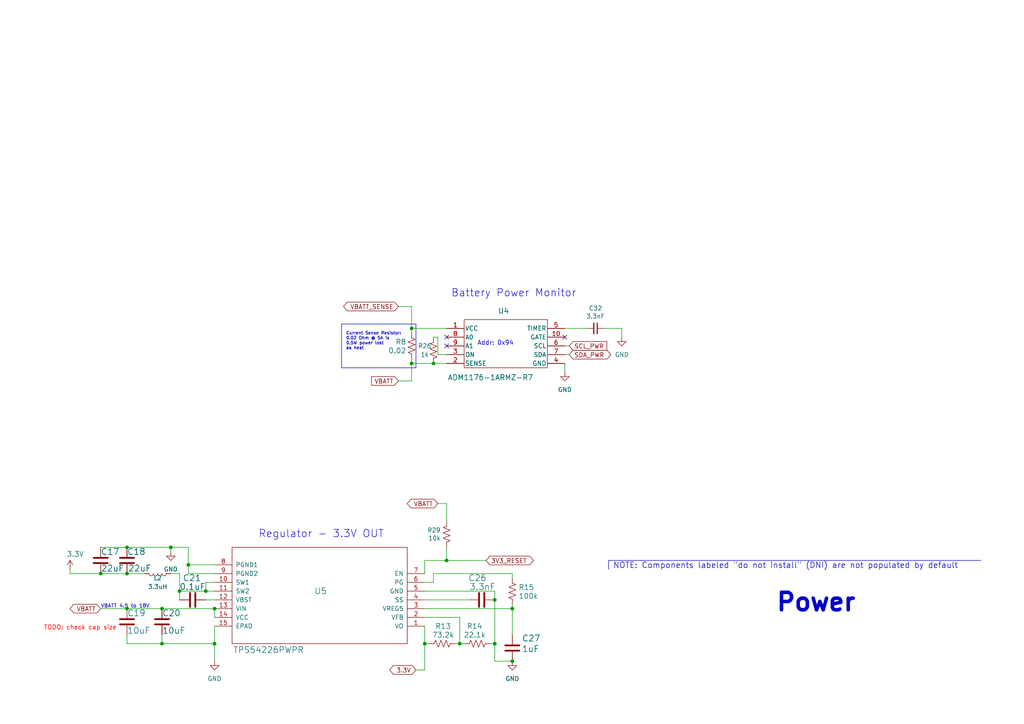
<source format=kicad_sch>
(kicad_sch (version 20231120) (generator "eeschema") (generator_version "8.0")
  (paper "A4")
  (title_block (title "PyCubed Mainboard") (date "2024-11-24") (rev "v06c") (company "Stanford Student Space Initiative") (comment 1 "Ethan Brinser"))
  (lib_symbols
    (symbol "Device:C" (pin_numbers hide) (pin_names (offset 0.254))
      (property "Reference" "C" (at 0.635 2.54 0))
      (property "Value" "C" (at 0.635 -2.54 0))
      (symbol "C_0_1"
        (polyline (pts (xy -2.032 -0.762) (xy 2.032 -0.762)) (stroke (width 0.508)))
        (polyline (pts (xy -2.032 0.762) (xy 2.032 0.762)) (stroke (width 0.508)))
      )
      (symbol "C_1_1"
        (pin passive line (at 0 3.81 270) (length 2.794) (name "~") (number "1"))
        (pin passive line (at 0 -3.81 90) (length 2.794) (name "~") (number "2"))
      )
    )
    (symbol "Device:C_Small" (pin_numbers hide) (pin_names (offset 0.254) hide)
      (property "Reference" "C" (at 0.254 1.778 0))
      (property "Value" "C_Small" (at 0.254 -2.032 0))
      (symbol "C_Small_0_1"
        (polyline (pts (xy -1.524 -0.508) (xy 1.524 -0.508)) (stroke (width 0.3302)))
        (polyline (pts (xy -1.524 0.508) (xy 1.524 0.508)) (stroke (width 0.3048)))
      )
      (symbol "C_Small_1_1"
        (pin passive line (at 0 2.54 270) (length 2.032) (name "~") (number "1"))
        (pin passive line (at 0 -2.54 90) (length 2.032) (name "~") (number "2"))
      )
    )
    (symbol "Device:L" (pin_numbers hide) (pin_names (offset 1.016) hide)
      (property "Reference" "L" (at -1.27 0 90))
      (property "Value" "L" (at 1.905 0 90))
      (symbol "L_0_1"
        (arc (start 0 -2.54) (mid 0.6323 -1.905) (end 0 -1.27))
        (arc (start 0 -1.27) (mid 0.6323 -0.635) (end 0 0))
        (arc (start 0 0) (mid 0.6323 0.635) (end 0 1.27))
        (arc (start 0 1.27) (mid 0.6323 1.905) (end 0 2.54))
      )
      (symbol "L_1_1"
        (pin passive line (at 0 3.81 270) (length 1.27) (name "1") (number "1"))
        (pin passive line (at 0 -3.81 90) (length 1.27) (name "2") (number "2"))
      )
    )
    (symbol "Device:R_US" (pin_numbers hide) (pin_names (offset 0))
      (property "Reference" "R" (at 2.54 0 90))
      (property "Value" "R_US" (at -2.54 0 90))
      (symbol "R_US_0_1"
        (polyline (pts (xy 0 -2.286) (xy 0 -2.54)))
        (polyline (pts (xy 0 2.286) (xy 0 2.54)))
        (polyline (pts (xy 0 -0.762) (xy 1.016 -1.143) (xy 0 -1.524) (xy -1.016 -1.905) (xy 0 -2.286)))
        (polyline (pts (xy 0 0.762) (xy 1.016 0.381) (xy 0 0) (xy -1.016 -0.381) (xy 0 -0.762)))
        (polyline (pts (xy 0 2.286) (xy 1.016 1.905) (xy 0 1.524) (xy -1.016 1.143) (xy 0 0.762)))
      )
      (symbol "R_US_1_1"
        (pin passive line (at 0 3.81 270) (length 1.27) (name "~") (number "1"))
        (pin passive line (at 0 -3.81 90) (length 1.27) (name "~") (number "2"))
      )
    )
    (symbol "power:+3.3V" (power) (pin_numbers hide) (pin_names (offset 0) hide)
      (property "Value" "+3.3V" (at 0 3.556 0))
      (symbol "+3.3V_0_1"
        (polyline (pts (xy -0.762 1.27) (xy 0 2.54)))
        (polyline (pts (xy 0 0) (xy 0 2.54)))
        (polyline (pts (xy 0 2.54) (xy 0.762 1.27)))
      )
      (symbol "+3.3V_1_1"
        (pin power_in line (at 0 0 90) (length 0) (name "~") (number "1"))
      )
    )
    (symbol "power:GND" (power) (pin_numbers hide) (pin_names (offset 0) hide)
      (property "Value" "GND" (at 0 -3.81 0))
      (symbol "GND_0_1"
        (polyline (pts (xy 0 0) (xy 0 -1.27) (xy 1.27 -1.27) (xy 0 -2.54) (xy -1.27 -1.27) (xy 0 -1.27)))
      )
      (symbol "GND_1_1"
        (pin power_in line (at 0 0 270) (length 0) (name "~") (number "1"))
      )
    )
    (symbol "ssi_IC:ADM1176-1ARMZ-R7" (pin_names (offset 0.254))
      (property "Reference" "U?" (at 19.05 -10.16 0))
      (property "Value" "ADM1176-1ARMZ-R7" (at 20.32 -26.67 0))
      (property "Datasheet" "https://www.analog.com/media/en/technical-documentation/data-sheets/ADM1176.pdf" (at 2.54 -3.81 0))
      (symbol "ADM1176-1ARMZ-R7_0_1"
        (rectangle (start 7.62 -11.43) (end 31.75 -25.4))
      )
      (symbol "ADM1176-1ARMZ-R7_1_0"
        (pin power_in line (at 2.54 -13.97 0) (length 5.08) (name "VCC") (number "1"))
        (pin output line (at 36.83 -16.51 180) (length 5.08) (name "GATE") (number "10"))
        (pin input line (at 2.54 -24.13 0) (length 5.08) (name "SENSE") (number "2"))
        (pin input line (at 2.54 -21.59 0) (length 5.08) (name "ON") (number "3"))
        (pin power_in line (at 36.83 -24.13 180) (length 5.08) (name "GND") (number "4"))
        (pin input line (at 36.83 -13.97 180) (length 5.08) (name "TIMER") (number "5"))
        (pin input line (at 36.83 -19.05 180) (length 5.08) (name "SCL") (number "6"))
        (pin bidirectional line (at 36.83 -21.59 180) (length 5.08) (name "SDA") (number "7"))
        (pin input line (at 2.54 -16.51 0) (length 5.08) (name "A0") (number "8"))
        (pin input line (at 2.54 -19.05 0) (length 5.08) (name "A1") (number "9"))
      )
    )
    (symbol "ssi_IC:TPS54226PWPR" (pin_names (offset 1.016))
      (property "Reference" "U" (at 28.2956 9.1186 0))
      (property "Value" "TPS54226PWPR" (at 27.6606 6.5786 0))
      (symbol "TPS54226PWPR_1_0"
        (polyline (pts (xy 7.62 -22.86) (xy 58.42 -22.86)))
        (polyline (pts (xy 7.62 5.08) (xy 7.62 -22.86)))
        (polyline (pts (xy 58.42 -22.86) (xy 58.42 5.08)))
        (polyline (pts (xy 58.42 5.08) (xy 7.62 5.08)))
        (pin power_out line (at 2.54 0 0) (length 5.08) (name "VO") (number "1"))
        (pin passive line (at 63.5 -12.7 180) (length 5.08) (name "SW1") (number "10"))
        (pin passive line (at 63.5 -10.16 180) (length 5.08) (name "SW2") (number "11"))
        (pin input line (at 63.5 -7.62 180) (length 5.08) (name "VBST") (number "12"))
        (pin input line (at 63.5 -5.08 180) (length 5.08) (name "VIN") (number "13"))
        (pin input line (at 63.5 -2.54 180) (length 5.08) (name "VCC") (number "14"))
        (pin passive line (at 63.5 0 180) (length 5.08) (name "EPAD") (number "15"))
        (pin input line (at 2.54 -2.54 0) (length 5.08) (name "VFB") (number "2"))
        (pin output line (at 2.54 -5.08 0) (length 5.08) (name "VREG5") (number "3"))
        (pin passive line (at 2.54 -7.62 0) (length 5.08) (name "SS") (number "4"))
        (pin power_in line (at 2.54 -10.16 0) (length 5.08) (name "GND") (number "5"))
        (pin output line (at 2.54 -12.7 0) (length 5.08) (name "PG") (number "6"))
        (pin input line (at 2.54 -15.24 0) (length 5.08) (name "EN") (number "7"))
        (pin power_in line (at 63.5 -17.78 180) (length 5.08) (name "PGND1") (number "8"))
        (pin power_in line (at 63.5 -15.24 180) (length 5.08) (name "PGND2") (number "9"))
      )
    )
  )
  (junction (at 46.99 176.53))
  (junction (at 54.61 163.83))
  (junction (at 125.73 105.41))
  (junction (at 148.59 176.53))
  (junction (at 36.83 158.75))
  (junction (at 52.07 171.45))
  (junction (at 29.21 166.37))
  (junction (at 62.23 186.69))
  (junction (at 36.83 176.53))
  (junction (at 143.51 173.99))
  (junction (at 123.19 186.69))
  (junction (at 62.23 176.53))
  (junction (at 148.59 191.77))
  (junction (at 36.83 166.37))
  (junction (at 119.38 105.41))
  (junction (at 49.53 158.75))
  (junction (at 129.54 162.56))
  (junction (at 59.69 171.45))
  (junction (at 143.51 186.69))
  (junction (at 133.35 186.69))
  (junction (at 46.99 186.69))
  (junction (at 119.38 95.25))
  (no_connect (at 163.83 97.79))
  (no_connect (at 129.54 100.33))
  (no_connect (at 129.54 97.79))
  (wire (pts (xy 148.59 176.53) (xy 148.59 184.15)))
  (wire (pts (xy 142.24 186.69) (xy 143.51 186.69)))
  (wire (pts (xy 125.73 168.91) (xy 123.19 168.91)))
  (wire (pts (xy 49.53 158.75) (xy 54.61 158.75)))
  (wire (pts (xy 36.83 186.69) (xy 36.83 184.15)))
  (wire (pts (xy 123.19 186.69) (xy 124.46 186.69)))
  (wire (pts (xy 125.73 105.41) (xy 129.54 105.41)))
  (wire (pts (xy 129.54 151.13) (xy 129.54 146.05)))
  (wire (pts (xy 133.35 186.69) (xy 134.62 186.69)))
  (wire (pts (xy 163.83 95.25) (xy 170.18 95.25)))
  (wire (pts (xy 165.1 102.87) (xy 163.83 102.87)))
  (wire (pts (xy 46.99 186.69) (xy 62.23 186.69)))
  (wire (pts (xy 36.83 158.75) (xy 49.53 158.75)))
  (wire (pts (xy 165.1 100.33) (xy 163.83 100.33)))
  (wire (pts (xy 148.59 175.26) (xy 148.59 176.53)))
  (wire (pts (xy 123.19 166.37) (xy 123.19 162.56)))
  (wire (pts (xy 123.19 181.61) (xy 123.19 186.69)))
  (polyline (pts (xy 176.53 165.1) (xy 176.53 162.56)))
  (wire (pts (xy 54.61 158.75) (xy 54.61 163.83)))
  (wire (pts (xy 46.99 186.69) (xy 46.99 184.15)))
  (wire (pts (xy 59.69 171.45) (xy 59.69 168.91)))
  (wire (pts (xy 62.23 186.69) (xy 62.23 191.77)))
  (wire (pts (xy 148.59 166.37) (xy 148.59 167.64)))
  (wire (pts (xy 52.07 171.45) (xy 52.07 166.37)))
  (wire (pts (xy 62.23 181.61) (xy 62.23 186.69)))
  (wire (pts (xy 46.99 176.53) (xy 62.23 176.53)))
  (wire (pts (xy 62.23 173.99) (xy 59.69 173.99)))
  (polyline (pts (xy 120.65 106.68) (xy 99.06 106.68)))
  (wire (pts (xy 29.21 166.37) (xy 36.83 166.37)))
  (wire (pts (xy 129.54 158.75) (xy 129.54 162.56)))
  (wire (pts (xy 127 102.87) (xy 129.54 102.87)))
  (polyline (pts (xy 120.65 93.98) (xy 120.65 106.68)))
  (wire (pts (xy 62.23 168.91) (xy 59.69 168.91)))
  (wire (pts (xy 119.38 105.41) (xy 119.38 110.49)))
  (wire (pts (xy 52.07 173.99) (xy 52.07 171.45)))
  (wire (pts (xy 129.54 162.56) (xy 140.97 162.56)))
  (wire (pts (xy 49.53 166.37) (xy 52.07 166.37)))
  (wire (pts (xy 29.21 158.75) (xy 36.83 158.75)))
  (wire (pts (xy 115.57 110.49) (xy 119.38 110.49)))
  (wire (pts (xy 163.83 107.95) (xy 163.83 105.41)))
  (polyline (pts (xy 99.06 93.98) (xy 120.65 93.98)))
  (wire (pts (xy 123.19 171.45) (xy 143.51 171.45)))
  (wire (pts (xy 36.83 176.53) (xy 46.99 176.53)))
  (wire (pts (xy 115.57 88.9) (xy 119.38 88.9)))
  (wire (pts (xy 148.59 166.37) (xy 125.73 166.37)))
  (wire (pts (xy 119.38 95.25) (xy 119.38 88.9)))
  (wire (pts (xy 54.61 166.37) (xy 62.23 166.37)))
  (wire (pts (xy 133.35 179.07) (xy 133.35 186.69)))
  (wire (pts (xy 123.19 176.53) (xy 148.59 176.53)))
  (wire (pts (xy 119.38 105.41) (xy 125.73 105.41)))
  (wire (pts (xy 20.32 166.37) (xy 29.21 166.37)))
  (wire (pts (xy 180.34 97.79) (xy 180.34 95.25)))
  (wire (pts (xy 143.51 191.77) (xy 148.59 191.77)))
  (wire (pts (xy 49.53 158.75) (xy 49.53 160.02)))
  (wire (pts (xy 123.19 173.99) (xy 135.89 173.99)))
  (wire (pts (xy 123.19 186.69) (xy 123.19 194.31)))
  (wire (pts (xy 180.34 95.25) (xy 175.26 95.25)))
  (wire (pts (xy 123.19 194.31) (xy 120.65 194.31)))
  (wire (pts (xy 143.51 171.45) (xy 143.51 173.99)))
  (wire (pts (xy 123.19 179.07) (xy 133.35 179.07)))
  (wire (pts (xy 127 102.87) (xy 127 97.79)))
  (wire (pts (xy 20.32 165.1) (xy 20.32 166.37)))
  (polyline (pts (xy 176.53 162.56) (xy 284.48 162.56)))
  (wire (pts (xy 62.23 179.07) (xy 62.23 176.53)))
  (polyline (pts (xy 99.06 106.68) (xy 99.06 93.98)))
  (wire (pts (xy 54.61 163.83) (xy 54.61 166.37)))
  (wire (pts (xy 143.51 186.69) (xy 143.51 191.77)))
  (wire (pts (xy 119.38 95.25) (xy 119.38 96.52)))
  (wire (pts (xy 129.54 146.05) (xy 127 146.05)))
  (wire (pts (xy 62.23 171.45) (xy 59.69 171.45)))
  (wire (pts (xy 143.51 173.99) (xy 143.51 186.69)))
  (wire (pts (xy 36.83 186.69) (xy 46.99 186.69)))
  (wire (pts (xy 119.38 95.25) (xy 129.54 95.25)))
  (wire (pts (xy 127 97.79) (xy 125.73 97.79)))
  (wire (pts (xy 36.83 166.37) (xy 41.91 166.37)))
  (wire (pts (xy 123.19 162.56) (xy 129.54 162.56)))
  (wire (pts (xy 62.23 163.83) (xy 54.61 163.83)))
  (wire (pts (xy 119.38 104.14) (xy 119.38 105.41)))
  (wire (pts (xy 59.69 171.45) (xy 52.07 171.45)))
  (wire (pts (xy 29.21 176.53) (xy 36.83 176.53)))
  (wire (pts (xy 132.08 186.69) (xy 133.35 186.69)))
  (wire (pts (xy 125.73 166.37) (xy 125.73 168.91)))
  (text "Addr: 0x94" (at 138.43 100.33 0) (effects (font (size 1.27 1.27)) (justify left bottom)))
  (text "Power" (at 224.79 177.8 0) (effects (font (size 5.08 5.08) (thickness 1.016) (bold yes)) (justify left bottom)))
  (text "Battery Power Monitor" (at 130.81 86.36 0) (effects (font (size 2.159 2.159)) (justify left bottom)))
  (text "VBATT 4.5 to 18V" (at 29.21 176.53 0) (effects (font (size 1.0668 1.0668)) (justify left bottom)))
  (text "Current Sense Resistor:\n0.02 Ohm @ 5A is\n0.5W power lost\nas heat" (at 100.33 101.6 0) (effects (font (size 0.889 0.889)) (justify left bottom)))
  (text "TODO: check cap size" (at 12.7 182.88 0) (effects (font (size 1.27 1.27)) (justify left bottom)))
  (text "Regulator - 3.3V OUT" (at 74.93 156.21 0) (effects (font (size 2.159 2.159)) (justify left bottom)))
  (text "NOTE: Components labeled \"do not install\" (DNI) are not populated by default" (at 177.8 165.1 0) (effects (font (size 1.651 1.651)) (justify left bottom)))
  (global_label "SDA_PWR" (shape bidirectional) (at 165.1 102.87 0) (property "Intersheetrefs" "${INTERSHEET_REFS}" (effects (hide yes))))
  (global_label "VBATT" (shape bidirectional) (at 127 146.05 180) (property "Intersheetrefs" "${INTERSHEET_REFS}" (effects (hide yes))))
  (global_label "VBATT" (shape bidirectional) (at 29.21 176.53 180) (property "Intersheetrefs" "${INTERSHEET_REFS}" (effects (hide yes))))
  (global_label "3V3_RESET" (shape bidirectional) (at 140.97 162.56 0) (property "Intersheetrefs" "${INTERSHEET_REFS}" (effects (hide yes))))
  (global_label "VBATT_SENSE" (shape bidirectional) (at 115.57 88.9 180) (property "Intersheetrefs" "${INTERSHEET_REFS}" (effects (hide yes))))
  (global_label "VBATT" (shape input) (at 115.57 110.49 180) (property "Intersheetrefs" "${INTERSHEET_REFS}" (effects (hide yes))))
  (global_label "SCL_PWR" (shape input) (at 165.1 100.33 0) (property "Intersheetrefs" "${INTERSHEET_REFS}" (effects (hide yes))))
  (global_label "3.3V" (shape bidirectional) (at 120.65 194.31 180) (property "Intersheetrefs" "${INTERSHEET_REFS}" (effects (hide yes))))
  (symbol (lib_id "Device:C") (at 55.88 173.99 90) (unit 1)
    (property "Reference" "C21" (at 58.42 166.624 90) (effects (font (size 1.778 1.778)) (justify left bottom)))
    (property "Value" "0.1uF" (at 59.69 169.164 90) (effects (font (size 1.778 1.778)) (justify left bottom)))
    (property "Footprint" "Capacitor_SMD:C_0603_1608Metric" (effects (hide yes)))
    (property "Description" "Unpolarized capacitor" (effects (hide yes)))
  )
  (symbol (lib_id "Device:R_US") (at 138.43 186.69 270) (unit 1)
    (property "Reference" "R14" (at 137.668 181.61 90) (effects (font (size 1.4986 1.4986))))
    (property "Value" "22.1k" (at 137.668 184.15 90) (effects (font (size 1.4986 1.4986))))
    (property "Footprint" "Resistor_SMD:R_0603_1608Metric" (effects (hide yes)))
    (property "Description" "Resistor, US symbol" (effects (hide yes)))
  )
  (symbol (lib_id "Device:R_US") (at 119.38 100.33 180) (unit 1)
    (property "Reference" "R8" (at 117.856 98.298 0) (effects (font (size 1.4986 1.4986)) (justify left bottom)))
    (property "Value" "0.02" (at 117.856 100.838 0) (effects (font (size 1.4986 1.4986)) (justify left bottom)))
    (property "Footprint" "Resistor_SMD:R_2512_6332Metric" (effects (hide yes)))
    (property "Description" "Resistor, US symbol" (effects (hide yes)))
  )
  (symbol (lib_id "Device:C") (at 148.59 187.96 0) (unit 1)
    (property "Reference" "C27" (at 151.3332 185.1406 0) (effects (font (size 1.778 1.778)) (justify left)))
    (property "Value" "1uF" (at 151.3332 188.214 0) (effects (font (size 1.778 1.778)) (justify left)))
    (property "Footprint" "Capacitor_SMD:C_0603_1608Metric" (effects (hide yes)))
    (property "Description" "Unpolarized capacitor" (effects (hide yes)))
  )
  (symbol (lib_id "Device:C") (at 29.21 162.56 0) (unit 1)
    (property "Reference" "C17" (at 29.21 161.036 0) (effects (font (size 1.778 1.778)) (justify left bottom)))
    (property "Value" "22uF" (at 29.21 165.862 0) (effects (font (size 1.778 1.778)) (justify left bottom)))
    (property "Footprint" "Capacitor_SMD:C_0603_1608Metric" (effects (hide yes)))
    (property "Description" "Unpolarized capacitor" (effects (hide yes)))
  )
  (symbol (lib_id "Device:R_US") (at 148.59 171.45 0) (unit 1)
    (property "Reference" "R15" (at 150.368 171.196 0) (effects (font (size 1.4986 1.4986)) (justify left bottom)))
    (property "Value" "100k" (at 150.368 173.736 0) (effects (font (size 1.4986 1.4986)) (justify left bottom)))
    (property "Footprint" "Resistor_SMD:R_0603_1608Metric" (effects (hide yes)))
    (property "Description" "Resistor, US symbol" (effects (hide yes)))
  )
  (symbol (lib_id "Device:L") (at 45.72 166.37 270) (unit 1)
    (property "Reference" "L2" (at 45.72 167.64 90))
    (property "Value" "3.3uH" (at 45.72 170.18 90))
    (property "Footprint" "ssi_inductor:L_2141" (effects (hide yes)))
    (property "Description" "Inductor" (effects (hide yes)))
    (property "Flight" "SPM5030T-3R3M-HZ" (effects (hide yes)))
    (property "Manufacturer_Name" "TAI-TECH" (effects (hide yes)))
    (property "Manufacturer_Part_Number" "HPC5040NF-3R3MTH" (effects (hide yes)))
    (property "Proto" "HPC5040NF-3R3MTH" (effects (hide yes)))
  )
  (symbol (lib_id "ssi_IC:ADM1176-1ARMZ-R7") (at 127 81.28 0) (unit 1)
    (property "Reference" "U4" (at 146.05 90.17 0) (effects (font (size 1.524 1.524))))
    (property "Value" "ADM1176-1ARMZ-R7" (at 142.24 109.474 0) (effects (font (size 1.524 1.524))))
    (property "Footprint" "ssi_IC:ADM1176-1ARMZ-R7" (effects (hide yes)))
    (property "Datasheet" "https://www.analog.com/media/en/technical-documentation/data-sheets/ADM1176.pdf" (effects (hide yes)))
    (property "Description" "Power Monitor" (effects (hide yes)))
    (property "Flight" "ADM1176-1ARMZ-R7" (effects (hide yes)))
    (property "Manufacturer_Name" "Analog Devices Inc." (effects (hide yes)))
    (property "Manufacturer_Part_Number" "ADM1176-1ARMZ-R7" (effects (hide yes)))
    (property "Proto" "ADM1176-1ARMZ-R7" (effects (hide yes)))
  )
  (symbol (lib_id "Device:R_US") (at 125.73 101.6 0) (mirror x) (unit 1)
    (property "Reference" "R26" (at 123.19 100.33 0))
    (property "Value" "1k" (at 123.19 102.87 0))
    (property "Footprint" "Resistor_SMD:R_0603_1608Metric" (effects (hide yes)))
    (property "Description" "1K 0603" (effects (hide yes)))
  )
  (symbol (lib_id "Device:C_Small") (at 172.72 95.25 270) (unit 1)
    (property "Reference" "C32" (at 172.72 89.4334 90))
    (property "Value" "3.3nF" (at 172.72 91.7448 90))
    (property "Footprint" "Capacitor_SMD:C_0603_1608Metric" (effects (hide yes)))
    (property "Description" "3.3nF +-10% 100V X7R 0603" (effects (hide yes)))
  )
  (symbol (lib_id "Device:R_US") (at 129.54 154.94 0) (mirror y) (unit 1)
    (property "Reference" "R29" (at 127.8382 153.7716 0) (effects (justify left)))
    (property "Value" "10k" (at 127.8382 156.083 0) (effects (justify left)))
    (property "Footprint" "Resistor_SMD:R_0603_1608Metric" (effects (hide yes)))
    (property "Description" "73.2K 0603" (effects (hide yes)))
  )
  (symbol (lib_id "Device:C") (at 36.83 180.34 0) (unit 1)
    (property "Reference" "C19" (at 36.83 178.816 0) (effects (font (size 1.778 1.778)) (justify left bottom)))
    (property "Value" "10uF" (at 36.83 183.896 0) (effects (font (size 1.778 1.778)) (justify left bottom)))
    (property "Footprint" "Capacitor_SMD:C_1210_3225Metric" (effects (hide yes)))
    (property "Description" "Unpolarized capacitor" (effects (hide yes)))
  )
  (symbol (lib_id "Device:R_US") (at 128.27 186.69 270) (unit 1)
    (property "Reference" "R13" (at 128.524 181.61 90) (effects (font (size 1.4986 1.4986))))
    (property "Value" "73.2k" (at 128.524 184.15 90) (effects (font (size 1.4986 1.4986))))
    (property "Footprint" "Resistor_SMD:R_0603_1608Metric" (effects (hide yes)))
    (property "Description" "Resistor, US symbol" (effects (hide yes)))
  )
  (symbol (lib_id "Device:C") (at 139.7 173.99 90) (unit 1)
    (property "Reference" "C26" (at 141.224 166.624 90) (effects (font (size 1.778 1.778)) (justify left bottom)))
    (property "Value" "3.3nF" (at 143.764 169.164 90) (effects (font (size 1.778 1.778)) (justify left bottom)))
    (property "Footprint" "Capacitor_SMD:C_0603_1608Metric" (effects (hide yes)))
    (property "Description" "Unpolarized capacitor" (effects (hide yes)))
  )
  (symbol (lib_id "Device:C") (at 36.83 162.56 0) (unit 1)
    (property "Reference" "C18" (at 36.83 161.036 0) (effects (font (size 1.778 1.778)) (justify left bottom)))
    (property "Value" "22uF" (at 37.084 165.862 0) (effects (font (size 1.778 1.778)) (justify left bottom)))
    (property "Footprint" "Capacitor_SMD:C_0603_1608Metric" (effects (hide yes)))
    (property "Description" "Unpolarized capacitor" (effects (hide yes)))
  )
  (symbol (lib_id "Device:C") (at 46.99 180.34 0) (unit 1)
    (property "Reference" "C20" (at 46.99 178.816 0) (effects (font (size 1.778 1.778)) (justify left bottom)))
    (property "Value" "10uF" (at 46.99 183.896 0) (effects (font (size 1.778 1.778)) (justify left bottom)))
    (property "Footprint" "Capacitor_SMD:C_1210_3225Metric" (effects (hide yes)))
    (property "Description" "Unpolarized capacitor" (effects (hide yes)))
  )
  (symbol (lib_id "ssi_IC:TPS54226PWPR") (at 125.73 181.61 180) (unit 1)
    (property "Reference" "U5" (at 94.8944 170.4086 0) (effects (font (size 1.7526 1.7526)) (justify left bottom)))
    (property "Value" "TPS54226PWPR" (at 67.564 189.484 0) (effects (font (size 1.7526 1.7526)) (justify right top)))
    (property "Footprint" "ssi_IC:PWP14_2P31X2P46-L" (effects (hide yes)))
    (property "Datasheet" "https://www.ti.com/lit/gpn/tps54226" (effects (hide yes)))
    (property "Description" "3.3V Switching Regulator" (effects (hide yes)))
    (property "Flight" "TPS54226PWPR" (effects (hide yes)))
    (property "Manufacturer_Name" "Texas Instruments" (effects (hide yes)))
    (property "Manufacturer_Part_Number" "TPS54226PWPR" (effects (hide yes)))
    (property "Proto" "TPS54226PWPR" (effects (hide yes)))
  )
  (symbol (lib_id "power:GND") (at 163.83 107.95 0) (unit 1)
    (property "Reference" "#PWR03" (effects (hide yes)))
    (property "Value" "GND" (at 163.83 113.03 0))
  )
  (symbol (lib_id "power:GND") (at 180.34 97.79 0) (unit 1)
    (property "Reference" "#PWR03" (effects (hide yes)))
    (property "Value" "GND" (at 180.34 102.87 0))
  )
  (symbol (lib_id "power:+3.3V") (at 20.32 165.1 0) (unit 1)
    (property "Reference" "#SUPPLY03" (effects (hide yes)))
    (property "Value" "3.3V" (at 19.304 161.544 0) (effects (font (size 1.4986 1.4986)) (justify left bottom)))
    (property "Description" "Power symbol creates a global label with name \"+3.3V\"" (effects (hide yes)))
  )
  (symbol (lib_id "power:GND") (at 62.23 191.77 0) (unit 1)
    (property "Reference" "#PWR03" (effects (hide yes)))
    (property "Value" "GND" (at 62.23 196.85 0))
  )
  (symbol (lib_id "power:GND") (at 148.59 191.77 0) (unit 1)
    (property "Reference" "#PWR03" (effects (hide yes)))
    (property "Value" "GND" (at 148.59 196.85 0))
  )
  (symbol (lib_id "power:GND") (at 49.53 160.02 0) (unit 1)
    (property "Reference" "#PWR03" (effects (hide yes)))
    (property "Value" "GND" (at 49.53 165.1 0))
  )
)
</source>
